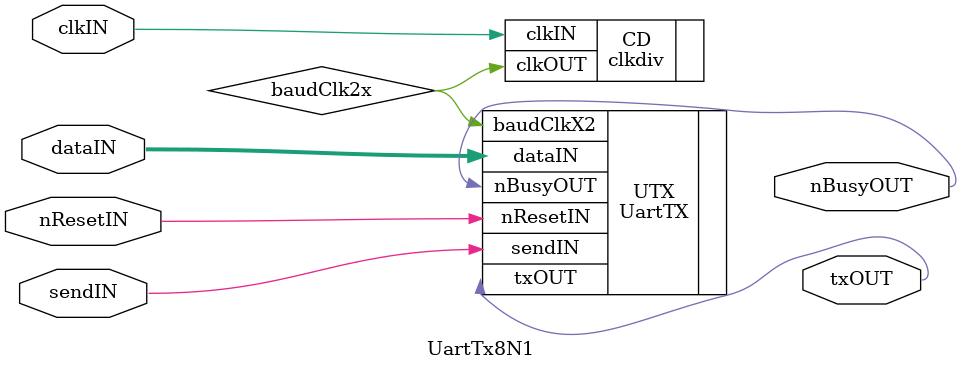
<source format=v>
module UartTx8N1 (
	input wire clkIN,
	input wire nResetIN,
	input wire [7:0] dataIN,
	input wire sendIN,
	output wire txOUT,
	output wire nBusyOUT
	);

parameter clkFreq = 48000000;
parameter baudRate = 57600;

wire baudClk2x;
defparam CD.clkfreq = clkFreq;
defparam CD.outfreq = baudRate * 2;
clkdiv CD(.clkIN(clkIN), 
			 .clkOUT(baudClk2x));
			 
UartTX UTX(.baudClkX2(baudClk2x), 
			  .nResetIN(nResetIN), 
			  .dataIN(dataIN), 
			  .sendIN(sendIN), 
			  .txOUT(txOUT), 
			  .nBusyOUT(nBusyOUT));

endmodule

</source>
